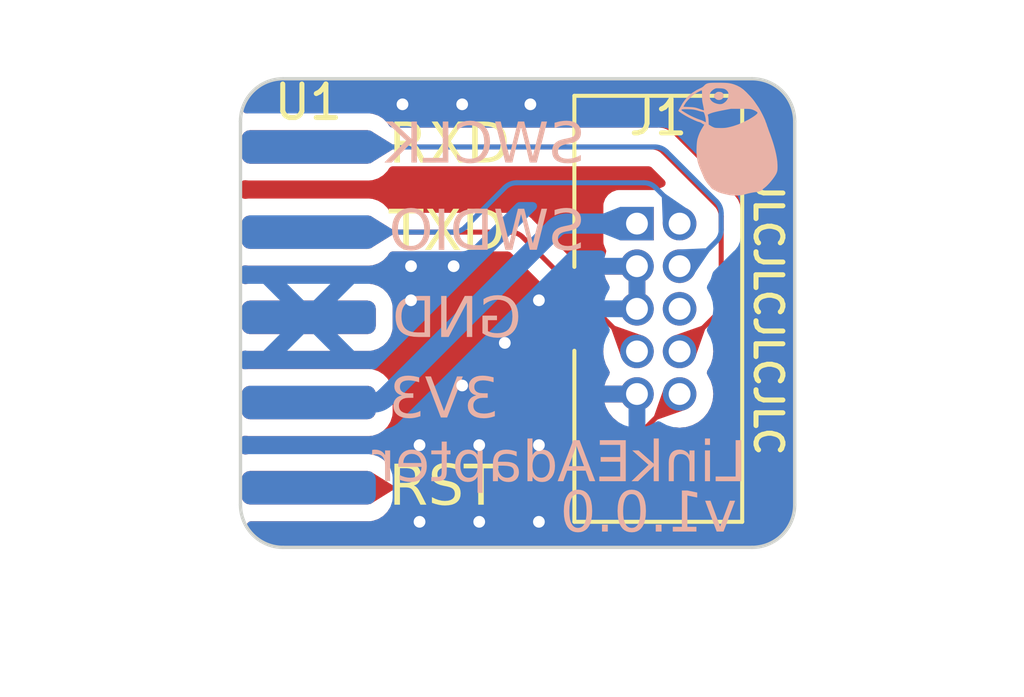
<source format=kicad_pcb>
(kicad_pcb (version 20221018) (generator pcbnew)
  (layers (0 "F.Cu" signal) (31 "B.Cu" signal) (34 "B.Paste" user) (35 "F.Paste" user) (36 "B.SilkS" user "B.Silkscreen") (37 "F.SilkS" user "F.Silkscreen") (38 "B.Mask" user) (39 "F.Mask" user) (44 "Edge.Cuts" user))
  (net 0 "")
  (net 1 "+3.3V")
  (net 2 "/SWDIO")
  (net 3 "GND")
  (net 4 "/SWCLK")
  (net 6 "/TXD")
  (net 7 "/RXD")
  (net 8 "/~{RESET}")
  (footprint "74th:Connector_BoxPinHeader_2x05_P1.27mm" (layer "F.Cu") (at 68.326 57.658)
    (fp_text reference "J1" (at 0 -5.7) (layer "F.SilkS"))
    (fp_text value "SWD_10Pin_Debugger-Side")
    (fp_line (start -2.5 -6.35) (end -2.5 -1.25) (stroke (width 0.12)) (layer "F.SilkS"))
    (fp_line (start -2.5 -6.35) (end 2.5 -6.35) (stroke (width 0.12)) (layer "F.SilkS"))
    (fp_line (start -2.5 1.25) (end -2.5 6.35) (stroke (width 0.12)) (layer "F.SilkS"))
    (fp_line (start -2.5 6.35) (end 2.5 6.35) (stroke (width 0.12)) (layer "F.SilkS"))
    (fp_line (start 2.5 -6.35) (end 2.5 6.35) (stroke (width 0.12)) (layer "F.SilkS"))
    (pad "1" thru_hole rect (at -0.635 -2.54) (size 1 1) (drill 0.65) (layers "*.Cu" "*.Mask") (net 1 "+3.3V"))
    (pad "2" thru_hole oval (at 0.635 -2.54) (size 1 1) (drill 0.65) (layers "*.Cu" "*.Mask") (net 2 "/SWDIO"))
    (pad "3" thru_hole oval (at -0.635 -1.27) (size 1 1) (drill 0.65) (layers "*.Cu" "*.Mask") (net 3 "GND"))
    (pad "4" thru_hole oval (at 0.635 -1.27) (size 1 1) (drill 0.65) (layers "*.Cu" "*.Mask") (net 4 "/SWCLK"))
    (pad "5" thru_hole oval (at -0.635 0) (size 1 1) (drill 0.65) (layers "*.Cu" "*.Mask") (net 3 "GND"))
    (pad "6" thru_hole oval (at 0.635 0) (size 1 1) (drill 0.65) (layers "*.Cu" "*.Mask"))
    (pad "7" thru_hole oval (at -0.635 1.27) (size 1 1) (drill 0.65) (layers "*.Cu" "*.Mask") (net 6 "/TXD"))
    (pad "8" thru_hole oval (at 0.635 1.27) (size 1 1) (drill 0.65) (layers "*.Cu" "*.Mask") (net 7 "/RXD"))
    (pad "9" thru_hole oval (at -0.635 2.54) (size 1 1) (drill 0.65) (layers "*.Cu" "*.Mask") (net 3 "GND"))
    (pad "10" thru_hole oval (at 0.635 2.54) (size 1 1) (drill 0.65) (layers "*.Cu" "*.Mask") (net 8 "/~{RESET}"))
  )
  (footprint "74th:Logo_JLCJLCJLCJLC" (layer "F.Cu") (at 71.6 57.9 -90)
    (fp_text reference "REF**" hide)
    (fp_text value "JLCJLCJLCJLC" (at 0 0 -90 unlocked) (layer "F.SilkS") (effects (font (size 0.8 0.8))))
  )
  (footprint "74th:PinOut_Side_2x5P_Left_Reverse" (layer "F.Cu") (at 57.912 57.912)
    (fp_text reference "U1" (at -0.012 -6.412 unlocked) (layer "F.SilkS"))
    (fp_text value "SWD_WCH-LinkE_Header")
    (pad "1" smd roundrect (at 0 -5.08) (size 4 1) (layers "F.Cu" "F.Paste" "F.Mask") (net 7 "/RXD"))
    (pad "2" smd roundrect (at 0 -5.08) (size 4 1) (layers "B.Cu" "B.Paste" "B.Mask") (net 4 "/SWCLK"))
    (pad "3" smd roundrect (at 0 -2.54) (size 4 1) (layers "F.Cu" "F.Paste" "F.Mask") (net 6 "/TXD"))
    (pad "4" smd roundrect (at 0 -2.54) (size 4 1) (layers "B.Cu" "B.Paste" "B.Mask") (net 2 "/SWDIO"))
    (pad "5" smd roundrect (at 0 0) (size 4 1) (layers "F.Cu" "F.Paste" "F.Mask"))
    (pad "6" smd roundrect (at 0 0) (size 4 1) (layers "B.Cu" "B.Paste" "B.Mask") (net 3 "GND"))
    (pad "7" smd roundrect (at 0 2.54) (size 4 1) (layers "F.Cu" "F.Paste" "F.Mask"))
    (pad "8" smd roundrect (at 0 2.54) (size 4 1) (layers "B.Cu" "B.Paste" "B.Mask") (net 1 "+3.3V"))
    (pad "9" smd roundrect (at 0 5.08) (size 4 1) (layers "F.Cu" "F.Paste" "F.Mask") (net 8 "/~{RESET}"))
    (pad "10" smd roundrect (at 0 5.08) (size 4 1) (layers "B.Cu" "B.Paste" "B.Mask"))
  )
  (footprint "74th:Logo_74th_4mm" (layer "B.Cu") (at 70.507475 52.770408 180)
    (fp_text reference "MISC-ICON" hide)
    (fp_text value "LOGO" hide)
    (fp_poly (pts (xy 0.399165 1.581118) (xy 0.420822 1.576964) (xy 0.439946 1.567833) (xy 0.453666 1.55869) (xy 0.487621 1.530623) (xy 0.508813 1.502115) (xy 0.519752 1.469431) (xy 0.521463 1.457794) (xy 0.523017 1.436743) (xy 0.520177 1.42204) (xy 0.510515 1.408073) (xy 0.491924 1.389535) (xy 0.468598 1.369727) (xy 0.44494 1.353334) (xy 0.432537 1.346784) (xy 0.392312 1.337093) (xy 0.348961 1.338191) (xy 0.309286 1.349718) (xy 0.301534 1.353728) (xy 0.267487 1.378858) (xy 0.246763 1.409139) (xy 0.237154 1.448006) (xy 0.236531 1.454844) (xy 0.239228 1.499629) (xy 0.254394 1.535203) (xy 0.281555 1.561108) (xy 0.320236 1.576886) (xy 0.36846 1.582082)) (fill solid) (layer "B.SilkS"))
    (fp_poly (pts (xy 0.519394 1.851859) (xy 0.58367 1.850197) (xy 0.636187 1.846941) (xy 0.678871 1.841644) (xy 0.713646 1.833862) (xy 0.742438 1.82315) (xy 0.767173 1.809064) (xy 0.789776 1.791158) (xy 0.812173 1.768988) (xy 0.814864 1.766099) (xy 0.83959 1.741489) (xy 0.864419 1.722369) (xy 0.894592 1.705192) (xy 0.927539 1.689828) (xy 1.042763 1.632057) (xy 1.150334 1.564234) (xy 1.247405 1.488246) (xy 1.287831 1.450989) (xy 1.333186 1.403532) (xy 1.378775 1.349886) (xy 1.421345 1.294259) (xy 1.457644 1.240857) (xy 1.480139 1.202263) (xy 1.500112 1.16538) (xy 1.521379 1.12781) (xy 1.54059 1.095412) (xy 1.548323 1.083068) (xy 1.5625 1.059484) (xy 1.571766 1.040912) (xy 1.574217 1.031193) (xy 1.574119 1.030997) (xy 1.57638 1.023359) (xy 1.580126 1.021331) (xy 1.585245 1.019255) (xy 1.586478 1.016385) (xy 1.581976 1.010855) (xy 1.56989 1.000799) (xy 1.548369 0.984351) (xy 1.529048 0.969803) (xy 1.483218 0.937689) (xy 1.425368 0.901051) (xy 1.357915 0.861354) (xy 1.283271 0.820062) (xy 1.273515 0.81484) (xy 1.245891 0.80068) (xy 1.211051 0.783669) (xy 1.171821 0.765089) (xy 1.131026 0.746225) (xy 1.091489 0.728361) (xy 1.056036 0.712778) (xy 1.027492 0.700762) (xy 1.008681 0.693596) (xy 1.003611 0.692201) (xy 0.990335 0.687594) (xy 0.987804 0.685703) (xy 0.977172 0.683677) (xy 0.971952 0.68501) (xy 0.962387 0.684363) (xy 0.960996 0.680811) (xy 0.955303 0.675796) (xy 0.949277 0.676904) (xy 0.939254 0.676347) (xy 0.937557 0.672292) (xy 0.932996 0.666715) (xy 0.930115 0.667781) (xy 0.920337 0.665942) (xy 0.902913 0.656376) (xy 0.887906 0.645841) (xy 0.864545 0.629862) (xy 0.842696 0.617924) (xy 0.832844 0.614209) (xy 0.817868 0.608324) (xy 0.81255 0.60261) (xy 0.816625 0.593608) (xy 0.827533 0.575001) (xy 0.843296 0.550088) (xy 0.851701 0.537314) (xy 0.902322 0.453492) (xy 0.947044 0.363938) (xy 0.983956 0.273072) (xy 1.011144 0.185318) (xy 1.019364 0.149669) (xy 1.028545 0.092127) (xy 1.035472 0.023098) (xy 1.04005 -0.053431) (xy 1.04219 -0.133472) (xy 1.041798 -0.213036) (xy 1.038782 -0.288136) (xy 1.033051 -0.354784) (xy 1.031323 -0.368615) (xy 1.02372 -0.420185) (xy 1.014904 -0.468115) (xy 1.004121 -0.514759) (xy 0.990614 -0.562473) (xy 0.973631 -0.613611) (xy 0.952415 -0.67053) (xy 0.926211 -0.735583) (xy 0.894266 -0.811126) (xy 0.875761 -0.853893) (xy 0.856627 -0.898061) (xy 0.83982 -0.937222) (xy 0.826273 -0.969171) (xy 0.816921 -0.991701) (xy 0.812698 -1.002606) (xy 0.81255 -1.003224) (xy 0.808401 -1.011196) (xy 0.797416 -1.028689) (xy 0.781786 -1.05247) (xy 0.7637 -1.079304) (xy 0.745349 -1.10596) (xy 0.728924 -1.129202) (xy 0.716615 -1.145797) (xy 0.712805 -1.150461) (xy 0.705277 -1.160871) (xy 0.705424 -1.164134) (xy 0.702695 -1.169085) (xy 0.691122 -1.18212) (xy 0.673143 -1.200509) (xy 0.671476 -1.202155) (xy 0.652228 -1.221827) (xy 0.638389 -1.237351) (xy 0.632858 -1.24547) (xy 0.632851 -1.245584) (xy 0.628361 -1.254281) (xy 0.61686 -1.270676) (xy 0.607459 -1.282862) (xy 0.573915 -1.31391) (xy 0.535189 -1.335954) (xy 0.502635 -1.351883) (xy 0.468925 -1.370205) (xy 0.450117 -1.381473) (xy 0.417095 -1.398973) (xy 0.372824 -1.417424) (xy 0.321494 -1.435368) (xy 0.267294 -1.45135) (xy 0.214416 -1.463913) (xy 0.21095 -1.464611) (xy 0.171588 -1.473065) (xy 0.128366 -1.483287) (xy 0.096468 -1.491512) (xy 0.044695 -1.501916) (xy -0.019315 -1.508652) (xy -0.092571 -1.511554) (xy -0.172082 -1.510457) (xy -0.210951 -1.508502) (xy -0.256899 -1.504602) (xy -0.300575 -1.498317) (xy -0.347135 -1.488696) (xy -0.401734 -1.474784) (xy -0.418986 -1.470039) (xy -0.510819 -1.446052) (xy -0.593934 -1.427918) (xy -0.673633 -1.414588) (xy -0.739757 -1.406546) (xy -0.791883 -1.398014) (xy -0.840713 -1.382378) (xy -0.864765 -1.372058) (xy -0.891263 -1.359609) (xy -0.910313 -1.349984) (xy -0.919117 -1.344629) (xy -0.919022 -1.343998) (xy -0.916579 -1.339668) (xy -0.926538 -1.327579) (xy -0.948168 -1.308432) (xy -0.980736 -1.282932) (xy -0.989761 -1.276194) (xy -1.031279 -1.241672) (xy -1.078037 -1.196485) (xy -1.12758 -1.143567) (xy -1.177455 -1.085854) (xy -1.225208 -1.026279) (xy -1.268383 -0.967778) (xy -1.304528 -0.913285) (xy -1.328484 -0.871147) (xy -1.344006 -0.838326) (xy -1.355571 -0.807185) (xy -1.363643 -0.774688) (xy -1.368684 -0.737799) (xy -1.371158 -0.693482) (xy -1.371529 -0.638701) (xy -1.370812 -0.593786) (xy -1.3645 -0.495274) (xy -1.349791 -0.385193) (xy -1.327029 -0.264927) (xy -1.296555 -0.135861) (xy -1.258711 0.000619) (xy -1.213839 0.14313) (xy -1.162282 0.290286) (xy -1.133708 0.366199) (xy -1.116917 0.410584) (xy -1.102569 0.450025) (xy -1.091462 0.482206) (xy -1.084391 0.504808) (xy -1.082152 0.515516) (xy -1.082268 0.515931) (xy -1.080338 0.523654) (xy -1.077893 0.524872) (xy -1.070864 0.533905) (xy -1.068369 0.545072) (xy -1.065091 0.558757) (xy -1.061148 0.562535) (xy -1.058282 0.568328) (xy -1.05974 0.574255) (xy -1.059511 0.584295) (xy -1.055834 0.585974) (xy -1.050819 0.591667) (xy -1.051927 0.597693) (xy -1.051698 0.607734) (xy -1.048021 0.609413) (xy -1.043006 0.615106) (xy -1.044114 0.621132) (xy -1.043885 0.631173) (xy -1.040208 0.632852) (xy -1.035193 0.638545) (xy -1.036302 0.644571) (xy -1.035744 0.654594) (xy -1.031689 0.656291) (xy -1.026246 0.661028) (xy -1.027407 0.664104) (xy -1.027537 0.671336) (xy -1.025264 0.671917) (xy -1.018958 0.6782) (xy -1.018292 0.682846) (xy -1.014597 0.700545) (xy -1.004242 0.729603) (xy -0.988322 0.767813) (xy -0.967932 0.812968) (xy -0.944168 0.862862) (xy -0.918125 0.915287) (xy -0.899237 0.951881) (xy -0.774729 0.951881) (xy -0.7632 0.932436) (xy -0.739381 0.907849) (xy -0.704207 0.878848) (xy -0.658614 0.846165) (xy -0.603536 0.810531) (xy -0.539909 0.772677) (xy -0.492218 0.746031) (xy -0.344691 0.671557) (xy -0.198527 0.609605) (xy -0.055543 0.560901) (xy 0.026786 0.538625) (xy 0.08342 0.52533) (xy 0.130992 0.515599) (xy 0.173946 0.508953) (xy 0.216726 0.504912) (xy 0.263776 0.502993) (xy 0.319541 0.502718) (xy 0.35549 0.503092) (xy 0.405859 0.503989) (xy 0.443625 0.505321) (xy 0.471813 0.507425) (xy 0.493447 0.510636) (xy 0.511549 0.515289) (xy 0.529144 0.521719) (xy 0.531282 0.522592) (xy 0.560488 0.536096) (xy 0.595036 0.554201) (xy 0.626028 0.572139) (xy 0.677803 0.604006) (xy 0.680366 0.670822) (xy 0.765672 0.670822) (xy 0.822316 0.701642) (xy 0.859197 0.719698) (xy 0.900922 0.737134) (xy 0.937557 0.749885) (xy 0.975923 0.762814) (xy 1.02414 0.781359) (xy 1.078255 0.803816) (xy 1.134318 0.828477) (xy 1.188375 0.853638) (xy 1.236473 0.877592) (xy 1.250076 0.884786) (xy 1.292208 0.908007) (xy 1.335254 0.932671) (xy 1.377057 0.957438) (xy 1.415457 0.980966) (xy 1.448293 1.001913) (xy 1.473407 1.018937) (xy 1.488639 1.030698) (xy 1.492279 1.03524) (xy 1.490641 1.044534) (xy 1.48445 1.051484) (xy 1.471789 1.056418) (xy 1.450742 1.059663) (xy 1.419392 1.061547) (xy 1.375822 1.062398) (xy 1.332503 1.062555) (xy 1.257335 1.061575) (xy 1.193652 1.058288) (xy 1.137412 1.052155) (xy 1.084575 1.042637) (xy 1.0311 1.029194) (xy 0.990283 1.016893) (xy 0.95424 1.006027) (xy 0.919408 0.996525) (xy 0.891389 0.989879) (xy 0.882866 0.988278) (xy 0.858415 0.983332) (xy 0.839058 0.977678) (xy 0.834699 0.975796) (xy 0.824013 0.963379) (xy 0.812268 0.938581) (xy 0.800295 0.90453) (xy 0.788923 0.864358) (xy 0.778984 0.821194) (xy 0.77131 0.778167) (xy 0.76673 0.738407) (xy 0.765807 0.716294) (xy 0.765672 0.670822) (xy 0.680366 0.670822) (xy 0.681877 0.710232) (xy 0.68429 0.753711) (xy 0.687926 0.795536) (xy 0.692312 0.831193) (xy 0.696972 0.856168) (xy 0.697411 0.85782) (xy 0.708871 0.899183) (xy 0.685424 0.911308) (xy 0.65061 0.927748) (xy 0.610802 0.943381) (xy 0.564414 0.958631) (xy 0.509862 0.973924) (xy 0.445561 0.989685) (xy 0.369924 1.006338) (xy 0.281367 1.024308) (xy 0.218763 1.036396) (xy 0.1908 1.041711) (xy 0.820363 1.041711) (xy 0.822054 1.035208) (xy 0.828463 1.032507) (xy 0.841593 1.03403) (xy 0.863447 1.040196) (xy 0.896027 1.051427) (xy 0.935066 1.065798) (xy 0.991401 1.085937) (xy 1.041008 1.10125) (xy 1.087985 1.112489) (xy 1.136428 1.120406) (xy 1.190433 1.125755) (xy 1.254097 1.129288) (xy 1.287188 1.130492) (xy 1.332434 1.132113) (xy 1.371762 1.133824) (xy 1.402725 1.135496) (xy 1.422875 1.136996) (xy 1.429775 1.138157) (xy 1.425696 1.150035) (xy 1.414846 1.171236) (xy 1.39931 1.198206) (xy 1.381171 1.22739) (xy 1.362512 1.255236) (xy 1.355002 1.265703) (xy 1.327364 1.300225) (xy 1.292004 1.339925) (xy 1.251962 1.381789) (xy 1.21028 1.422802) (xy 1.169999 1.45995) (xy 1.134161 1.490219) (xy 1.111813 1.506736) (xy 1.084678 1.523962) (xy 1.05151 1.543585) (xy 1.01522 1.564052) (xy 0.978719 1.58381) (xy 0.944919 1.601306) (xy 0.916729 1.614985) (xy 0.897062 1.623296) (xy 0.890004 1.625089) (xy 0.886082 1.622668) (xy 0.883142 1.614171) (xy 0.881037 1.597737) (xy 0.879624 1.571501) (xy 0.878755 1.533601) (xy 0.878286 1.482172) (xy 0.878248 1.474689) (xy 0.877821 1.420455) (xy 0.876828 1.37758) (xy 0.874833 1.341794) (xy 0.871401 1.308832) (xy 0.866093 1.274424) (xy 0.858475 1.234304) (xy 0.848949 1.188204) (xy 0.839698 1.143596) (xy 0.831694 1.103933) (xy 0.825461 1.071889) (xy 0.82152 1.050143) (xy 0.820363 1.041711) (xy 0.1908 1.041711) (xy 0.019532 1.074265) (xy -0.261735 1.074275) (xy -0.335766 1.074244) (xy -0.396041 1.07408) (xy -0.444428 1.073681) (xy -0.482798 1.072948) (xy -0.51302 1.071779) (xy -0.536963 1.070075) (xy -0.556497 1.067735) (xy -0.573492 1.064658) (xy -0.589816 1.060745) (xy -0.60734 1.055895) (xy -0.608117 1.055673) (xy -0.648162 1.041613) (xy -0.689321 1.02276) (xy -0.727276 1.001476) (xy -0.75771 0.980124) (xy -0.773032 0.96545) (xy -0.774729 0.951881) (xy -0.899237 0.951881) (xy -0.890898 0.968036) (xy -0.863582 1.018903) (xy -0.837273 1.065681) (xy -0.813065 1.106163) (xy -0.793005 1.136789) (xy -0.77551 1.162057) (xy -0.752384 1.195828) (xy -0.726688 1.233619) (xy -0.702386 1.269601) (xy -0.678095 1.304402) (xy -0.651801 1.339222) (xy -0.621937 1.375866) (xy -0.586937 1.416139) (xy -0.545233 1.461849) (xy -0.497753 1.512155) (xy 0.089225 1.512155) (xy 0.092186 1.459923) (xy 0.093791 1.449085) (xy 0.109502 1.387711) (xy 0.136306 1.335607) (xy 0.175859 1.289593) (xy 0.177449 1.288095) (xy 0.223679 1.250323) (xy 0.268844 1.22595) (xy 0.316104 1.214215) (xy 0.36862 1.214355) (xy 0.429555 1.225608) (xy 0.432952 1.226468) (xy 0.502915 1.250026) (xy 0.560012 1.281515) (xy 0.603944 1.320694) (xy 0.634413 1.367325) (xy 0.645587 1.396958) (xy 0.654385 1.453045) (xy 0.648259 1.507014) (xy 0.627889 1.557567) (xy 0.593954 1.603409) (xy 0.547133 1.643243) (xy 0.502989 1.668878) (xy 0.485448 1.677077) (xy 0.469994 1.682628) (xy 0.453176 1.685932) (xy 0.431544 1.687386) (xy 0.401647 1.687389) (xy 0.360034 1.686342) (xy 0.353595 1.686149) (xy 0.298222 1.683511) (xy 0.255084 1.678706) (xy 0.220835 1.67075) (xy 0.192128 1.65866) (xy 0.165617 1.641453) (xy 0.145697 1.625068) (xy 0.115148 1.591907) (xy 0.096602 1.555209) (xy 0.089225 1.512155) (xy -0.497753 1.512155) (xy -0.495258 1.514799) (xy -0.438644 1.573505) (xy -0.354714 1.650899) (xy -0.266101 1.714449) (xy -0.170237 1.765795) (xy -0.082981 1.800435) (xy -0.043247 1.813301) (xy -0.004579 1.823934) (xy 0.035008 1.83253) (xy 0.077503 1.839287) (xy 0.124892 1.8444) (xy 0.179163 1.848068) (xy 0.242302 1.850486) (xy 0.316297 1.851851) (xy 0.403134 1.852361) (xy 0.441433 1.852369)) (fill solid) (layer "B.SilkS"))
  )
  (gr_line (start 55.88 63.5) (end 55.88 52.07) (stroke (width 0.1)) (layer "Edge.Cuts"))
  (gr_line (start 72.39 63.5) (end 72.39 52.07) (stroke (width 0.1)) (layer "Edge.Cuts"))
  (gr_line (start 57.15 64.77) (end 71.12 64.77) (stroke (width 0.1)) (layer "Edge.Cuts"))
  (gr_arc (start 55.88 52.07) (mid 56.251974 51.171974) (end 57.15 50.8) (stroke (width 0.1)) (layer "Edge.Cuts"))
  (gr_line (start 71.12 50.8) (end 57.15 50.8) (stroke (width 0.1)) (layer "Edge.Cuts"))
  (gr_arc (start 72.39 63.5) (mid 72.018026 64.398026) (end 71.12 64.77) (stroke (width 0.1)) (layer "Edge.Cuts"))
  (gr_arc (start 71.12 50.8) (mid 72.018026 51.171974) (end 72.39 52.07) (stroke (width 0.1)) (layer "Edge.Cuts"))
  (gr_arc (start 57.15 64.77) (mid 56.251974 64.398026) (end 55.88 63.5) (stroke (width 0.1)) (layer "Edge.Cuts"))
  (gr_text "LinkEAdapter" (at 59.8 62.3) (layer "B.SilkS") (effects (font (size 1.2 1.2) (thickness 0.12)) (justify right mirror)))
  (gr_text "SWCLK" (at 60.2 52.8) (layer "B.SilkS") (effects (font (size 1.2 1.2) (thickness 0.12)) (justify right mirror)))
  (gr_text "3V3" (at 60.3 60.4) (layer "B.SilkS") (effects (font (size 1.2 1.2) (thickness 0.12)) (justify right mirror)))
  (gr_text "GND" (at 60.4 58) (layer "B.SilkS") (effects (font (size 1.2 1.2) (thickness 0.12)) (justify right mirror)))
  (gr_text "v1.0.0" (at 65.4 63.8) (layer "B.SilkS") (effects (font (size 1.2 1.2) (thickness 0.12)) (justify right mirror)))
  (gr_text "SWDIO" (at 60.3 55.4) (layer "B.SilkS") (effects (font (size 1.2 1.2) (thickness 0.12)) (justify right mirror)))
  (gr_text "TXD" (at 60.3 55.4) (layer "F.SilkS") (effects (font (size 1.2 1.2) (thickness 0.12)) (justify left)))
  (gr_text "RXD" (at 60.3 52.8) (layer "F.SilkS") (effects (font (size 1.2 1.2) (thickness 0.12)) (justify left)))
  (gr_text "RST" (at 60.3 63) (layer "F.SilkS") (effects (font (size 1.2 1.2) (thickness 0.12)) (justify left)))
  (segment (start 57.912 60.452) (end 59.840893 60.452) (width 0.6) (layer "B.Cu") (net 1))
  (segment (start 60.194447 60.305553) (end 65.235554 55.264446) (width 0.6) (layer "B.Cu") (net 1))
  (segment (start 65.589107 55.118) (end 67.691 55.118) (width 0.6) (layer "B.Cu") (net 1))
  (arc (start 60.194447 60.305553) (mid 60.032235 60.41394) (end 59.840893 60.452) (width 0.6) (layer "B.Cu") (net 1))
  (arc (start 65.235554 55.264446) (mid 65.397766 55.15606) (end 65.589107 55.118) (width 0.6) (layer "B.Cu") (net 1))
  (segment (start 68.595 54.595) (end 68.961 54.961) (width 0.15) (layer "F.Cu") (net 2))
  (segment (start 63.753553 54.046447) (end 62.574446 55.225554) (width 0.15) (layer "B.Cu") (net 2))
  (segment (start 68.814553 54.614553) (end 68.246446 54.046446) (width 0.15) (layer "B.Cu") (net 2))
  (segment (start 62.220893 55.372) (end 57.912 55.372) (width 0.15) (layer "B.Cu") (net 2))
  (segment (start 68.961 55.118) (end 68.961 54.968107) (width 0.15) (layer "B.Cu") (net 2))
  (segment (start 67.892893 53.9) (end 64.107107 53.9) (width 0.15) (layer "B.Cu") (net 2))
  (arc (start 67.892893 53.9) (mid 68.084234 53.93806) (end 68.246446 54.046446) (width 0.15) (layer "B.Cu") (net 2))
  (arc (start 68.961 54.968107) (mid 68.92294 54.776765) (end 68.814553 54.614553) (width 0.15) (layer "B.Cu") (net 2))
  (arc (start 62.574446 55.225554) (mid 62.412234 55.33394) (end 62.220893 55.372) (width 0.15) (layer "B.Cu") (net 2))
  (arc (start 63.753553 54.046447) (mid 63.915765 53.93806) (end 64.107107 53.9) (width 0.15) (layer "B.Cu") (net 2))
  (via (at 61.214 61.722) (size 0.6) (drill 0.35) (layers "F.Cu" "B.Cu") (net 3))
  (via (at 63.754 58.674) (size 0.6) (drill 0.35) (layers "F.Cu" "B.Cu") (net 3))
  (via (at 60.706 51.562) (size 0.6) (drill 0.35) (layers "F.Cu" "B.Cu") (net 3))
  (via (at 62.992 61.722) (size 0.6) (drill 0.35) (layers "F.Cu" "B.Cu") (net 3))
  (via (at 62.484 59.944) (size 0.6) (drill 0.35) (layers "F.Cu" "B.Cu") (net 3))
  (via (at 60.96 57.404) (size 0.6) (drill 0.35) (layers "F.Cu" "B.Cu") (net 3))
  (via (at 62.992 64.008) (size 0.6) (drill 0.35) (layers "F.Cu" "B.Cu") (net 3))
  (via (at 62.484 51.562) (size 0.6) (drill 0.35) (layers "F.Cu" "B.Cu") (net 3))
  (via (at 64.516 51.562) (size 0.6) (drill 0.35) (layers "F.Cu" "B.Cu") (net 3))
  (via (at 64.77 64.008) (size 0.6) (drill 0.35) (layers "F.Cu" "B.Cu") (net 3))
  (via (at 61.214 64.008) (size 0.6) (drill 0.35) (layers "F.Cu" "B.Cu") (net 3))
  (via (at 64.77 57.404) (size 0.6) (drill 0.35) (layers "F.Cu" "B.Cu") (net 3))
  (via (at 60.96 56.388) (size 0.6) (drill 0.35) (layers "F.Cu" "B.Cu") (net 3))
  (via (at 64.77 61.722) (size 0.6) (drill 0.35) (layers "F.Cu" "B.Cu") (net 3))
  (via (at 62.23 56.388) (size 0.6) (drill 0.35) (layers "F.Cu" "B.Cu") (net 3))
  (segment (start 68.224893 52.832) (end 57.912 52.832) (width 0.15) (layer "B.Cu") (net 4))
  (segment (start 68.961 56.388) (end 69.104893 56.388) (width 0.15) (layer "B.Cu") (net 4))
  (segment (start 70.053553 54.453553) (end 68.578446 52.978446) (width 0.15) (layer "B.Cu") (net 4))
  (segment (start 70.2 55.292893) (end 70.2 54.807107) (width 0.15) (layer "B.Cu") (net 4))
  (segment (start 69.458447 56.241553) (end 70.053554 55.646446) (width 0.15) (layer "B.Cu") (net 4))
  (arc (start 68.578446 52.978446) (mid 68.416234 52.87006) (end 68.224893 52.832) (width 0.15) (layer "B.Cu") (net 4))
  (arc (start 70.053553 54.453553) (mid 70.16194 54.615765) (end 70.2 54.807107) (width 0.15) (layer "B.Cu") (net 4))
  (arc (start 69.104893 56.388) (mid 69.296235 56.34994) (end 69.458447 56.241553) (width 0.15) (layer "B.Cu") (net 4))
  (arc (start 70.2 55.292893) (mid 70.16194 55.484234) (end 70.053554 55.646446) (width 0.15) (layer "B.Cu") (net 4))
  (segment (start 67.691 58.928) (end 64.281446 55.518446) (width 0.15) (layer "F.Cu") (net 6))
  (segment (start 63.927893 55.372) (end 57.912 55.372) (width 0.15) (layer "F.Cu") (net 6))
  (arc (start 64.281446 55.518446) (mid 64.119234 55.41006) (end 63.927893 55.372) (width 0.15) (layer "F.Cu") (net 6))
  (segment (start 70.053553 57.835447) (end 68.961 58.928) (width 0.15) (layer "F.Cu") (net 7))
  (segment (start 68.478447 52.978447) (end 70.053554 54.553554) (width 0.15) (layer "F.Cu") (net 7))
  (segment (start 70.2 54.907107) (end 70.2 57.481893) (width 0.15) (layer "F.Cu") (net 7))
  (segment (start 57.912 52.832) (end 68.124893 52.832) (width 0.15) (layer "F.Cu") (net 7))
  (arc (start 70.2 54.907107) (mid 70.16194 54.715766) (end 70.053554 54.553554) (width 0.15) (layer "F.Cu") (net 7))
  (arc (start 70.2 57.481893) (mid 70.16194 57.673235) (end 70.053553 57.835447) (width 0.15) (layer "F.Cu") (net 7))
  (arc (start 68.124893 52.832) (mid 68.316235 52.87006) (end 68.478447 52.978447) (width 0.15) (layer "F.Cu") (net 7))
  (segment (start 57.912 62.992) (end 65.959893 62.992) (width 0.15) (layer "F.Cu") (net 8))
  (segment (start 66.313447 62.845553) (end 68.961 60.198) (width 0.15) (layer "F.Cu") (net 8))
  (arc (start 66.313447 62.845553) (mid 66.151235 62.95394) (end 65.959893 62.992) (width 0.15) (layer "F.Cu") (net 8))
  (zone (net 3) (net_name "GND") (layers "F&B.Cu") (connect_pads (clearance 0.5)) (min_thickness 0.25) (fill yes (thermal_gap 0.5) (thermal_bridge_width 0.5))
    (polygon (pts (xy 54.6 50.1) (xy 73.9 50.1) (xy 73.9 65.1) (xy 73.8 65.2) (xy 54.6 65.2)))
  )
)
</source>
